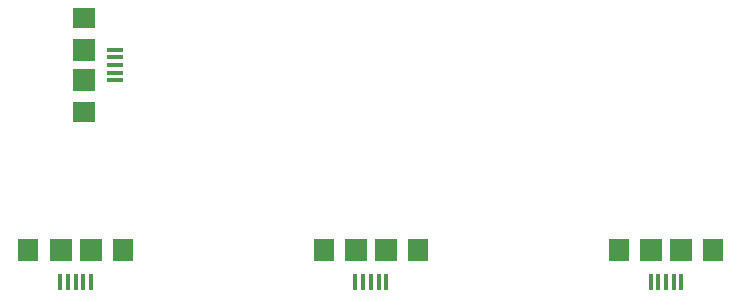
<source format=gbr>
G04 EAGLE Gerber RS-274X export*
G75*
%MOMM*%
%FSLAX34Y34*%
%LPD*%
%INSolderpaste Bottom*%
%IPPOS*%
%AMOC8*
5,1,8,0,0,1.08239X$1,22.5*%
G01*
%ADD10R,0.350000X1.400000*%
%ADD11R,1.800000X1.900000*%
%ADD12R,1.900000X1.900000*%
%ADD13R,1.400000X0.350000*%
%ADD14R,1.900000X1.800000*%


D10*
X102011Y481500D03*
X128011Y481500D03*
X108511Y481500D03*
X115011Y481500D03*
X121511Y481500D03*
D11*
X75011Y508000D03*
X155011Y508000D03*
D12*
X102311Y508000D03*
X127711Y508000D03*
D10*
X352023Y481500D03*
X378023Y481500D03*
X358523Y481500D03*
X365023Y481500D03*
X371523Y481500D03*
D11*
X325023Y508000D03*
X405023Y508000D03*
D12*
X352323Y508000D03*
X377723Y508000D03*
D10*
X602010Y481500D03*
X628010Y481500D03*
X608510Y481500D03*
X615010Y481500D03*
X621510Y481500D03*
D11*
X575010Y508000D03*
X655010Y508000D03*
D12*
X602310Y508000D03*
X627710Y508000D03*
D13*
X148500Y652022D03*
X148500Y678022D03*
X148500Y658522D03*
X148500Y665022D03*
X148500Y671522D03*
D14*
X122000Y625022D03*
X122000Y705022D03*
D12*
X122000Y652322D03*
X122000Y677722D03*
M02*

</source>
